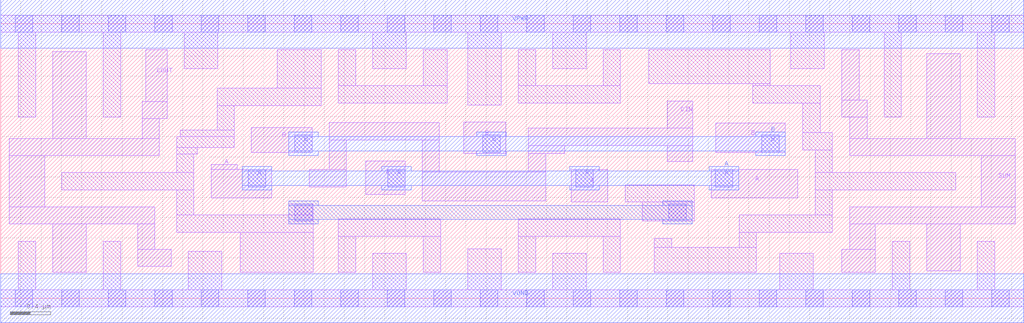
<source format=lef>
# Copyright 2020 The SkyWater PDK Authors
#
# Licensed under the Apache License, Version 2.0 (the "License");
# you may not use this file except in compliance with the License.
# You may obtain a copy of the License at
#
#     https://www.apache.org/licenses/LICENSE-2.0
#
# Unless required by applicable law or agreed to in writing, software
# distributed under the License is distributed on an "AS IS" BASIS,
# WITHOUT WARRANTIES OR CONDITIONS OF ANY KIND, either express or implied.
# See the License for the specific language governing permissions and
# limitations under the License.
#
# SPDX-License-Identifier: Apache-2.0

VERSION 5.7 ;
  NAMESCASESENSITIVE ON ;
  NOWIREEXTENSIONATPIN ON ;
  DIVIDERCHAR "/" ;
  BUSBITCHARS "[]" ;
UNITS
  DATABASE MICRONS 200 ;
END UNITS
MACRO sky130_fd_sc_hd__fa_4
  CLASS CORE ;
  SOURCE USER ;
  FOREIGN sky130_fd_sc_hd__fa_4 ;
  ORIGIN  0.000000  0.000000 ;
  SIZE  10.12000 BY  2.720000 ;
  SYMMETRY X Y R90 ;
  SITE unithd ;
  PIN A
    ANTENNAGATEAREA  0.633000 ;
    DIRECTION INPUT ;
    USE SIGNAL ;
    PORT
      LAYER li1 ;
        RECT 2.080000 0.995000 2.680000 1.275000 ;
        RECT 2.080000 1.275000 2.340000 1.325000 ;
      LAYER mcon ;
        RECT 2.450000 1.105000 2.620000 1.275000 ;
    END
    PORT
      LAYER li1 ;
        RECT 3.610000 1.030000 4.000000 1.360000 ;
      LAYER mcon ;
        RECT 3.830000 1.105000 4.000000 1.275000 ;
    END
    PORT
      LAYER li1 ;
        RECT 5.645000 0.955000 6.005000 1.275000 ;
      LAYER mcon ;
        RECT 5.690000 1.105000 5.860000 1.275000 ;
    END
    PORT
      LAYER li1 ;
        RECT 7.030000 0.995000 7.885000 1.275000 ;
      LAYER mcon ;
        RECT 7.070000 1.105000 7.240000 1.275000 ;
    END
    PORT
      LAYER met1 ;
        RECT 2.390000 1.075000 2.680000 1.120000 ;
        RECT 2.390000 1.120000 7.300000 1.260000 ;
        RECT 2.390000 1.260000 2.680000 1.305000 ;
        RECT 3.770000 1.075000 4.060000 1.120000 ;
        RECT 3.770000 1.260000 4.060000 1.305000 ;
        RECT 5.630000 1.075000 5.920000 1.120000 ;
        RECT 5.630000 1.260000 5.920000 1.305000 ;
        RECT 7.010000 1.075000 7.300000 1.120000 ;
        RECT 7.010000 1.260000 7.300000 1.305000 ;
    END
  END A
  PIN B
    ANTENNAGATEAREA  0.633000 ;
    DIRECTION INPUT ;
    USE SIGNAL ;
    PORT
      LAYER li1 ;
        RECT 2.480000 1.445000 3.080000 1.690000 ;
      LAYER mcon ;
        RECT 2.910000 1.445000 3.080000 1.615000 ;
    END
    PORT
      LAYER li1 ;
        RECT 4.580000 1.435000 4.995000 1.745000 ;
      LAYER mcon ;
        RECT 4.770000 1.445000 4.940000 1.615000 ;
    END
    PORT
      LAYER li1 ;
        RECT 7.075000 1.445000 7.760000 1.735000 ;
      LAYER mcon ;
        RECT 7.530000 1.445000 7.700000 1.615000 ;
    END
    PORT
      LAYER met1 ;
        RECT 2.850000 1.415000 3.140000 1.460000 ;
        RECT 2.850000 1.460000 7.760000 1.600000 ;
        RECT 2.850000 1.600000 3.140000 1.645000 ;
        RECT 4.710000 1.415000 5.000000 1.460000 ;
        RECT 4.710000 1.600000 5.000000 1.645000 ;
        RECT 7.470000 1.415000 7.760000 1.460000 ;
        RECT 7.470000 1.600000 7.760000 1.645000 ;
    END
  END B
  PIN CIN
    ANTENNAGATEAREA  0.477000 ;
    DIRECTION INPUT ;
    USE SIGNAL ;
    PORT
      LAYER li1 ;
        RECT 3.050000 1.105000 3.420000 1.275000 ;
        RECT 3.250000 1.275000 3.420000 1.570000 ;
        RECT 3.250000 1.570000 4.340000 1.740000 ;
        RECT 4.170000 0.965000 5.390000 1.250000 ;
        RECT 4.170000 1.250000 4.340000 1.570000 ;
        RECT 5.220000 1.250000 5.390000 1.435000 ;
        RECT 5.220000 1.435000 5.580000 1.515000 ;
        RECT 5.220000 1.515000 6.845000 1.685000 ;
        RECT 6.595000 1.355000 6.845000 1.515000 ;
        RECT 6.595000 1.685000 6.845000 1.955000 ;
    END
  END CIN
  PIN COUT
    ANTENNADIFFAREA  0.891000 ;
    DIRECTION OUTPUT ;
    USE SIGNAL ;
    PORT
      LAYER li1 ;
        RECT 0.085000 0.735000 1.525000 0.905000 ;
        RECT 0.085000 0.905000 0.435000 1.415000 ;
        RECT 0.085000 1.415000 1.570000 1.585000 ;
        RECT 0.515000 0.255000 0.845000 0.735000 ;
        RECT 0.515000 1.585000 0.845000 2.445000 ;
        RECT 1.355000 0.315000 1.685000 0.485000 ;
        RECT 1.355000 0.485000 1.525000 0.735000 ;
        RECT 1.400000 1.585000 1.570000 1.780000 ;
        RECT 1.400000 1.780000 1.645000 1.950000 ;
        RECT 1.435000 1.950000 1.645000 2.465000 ;
    END
  END COUT
  PIN SUM
    ANTENNADIFFAREA  0.943000 ;
    DIRECTION OUTPUT ;
    USE SIGNAL ;
    PORT
      LAYER li1 ;
        RECT 8.320000 0.255000  8.650000 0.485000 ;
        RECT 8.320000 1.795000  8.570000 1.965000 ;
        RECT 8.320000 1.965000  8.490000 2.465000 ;
        RECT 8.400000 0.485000  8.650000 0.735000 ;
        RECT 8.400000 0.735000 10.035000 0.905000 ;
        RECT 8.400000 1.415000 10.035000 1.585000 ;
        RECT 8.400000 1.585000  8.570000 1.795000 ;
        RECT 9.160000 0.270000  9.490000 0.735000 ;
        RECT 9.160000 1.585000  9.490000 2.425000 ;
        RECT 9.700000 0.905000 10.035000 1.415000 ;
    END
  END SUM
  PIN VGND
    DIRECTION INOUT ;
    SHAPE ABUTMENT ;
    USE GROUND ;
    PORT
      LAYER met1 ;
        RECT 0.000000 -0.240000 10.120000 0.240000 ;
    END
  END VGND
  PIN VPWR
    DIRECTION INOUT ;
    SHAPE ABUTMENT ;
    USE POWER ;
    PORT
      LAYER met1 ;
        RECT 0.000000 2.480000 10.120000 2.960000 ;
    END
  END VPWR
  OBS
    LAYER li1 ;
      RECT 0.000000 -0.085000 10.120000 0.085000 ;
      RECT 0.000000  2.635000 10.120000 2.805000 ;
      RECT 0.175000  0.085000  0.345000 0.565000 ;
      RECT 0.175000  1.795000  0.345000 2.635000 ;
      RECT 0.605000  1.075000  1.910000 1.245000 ;
      RECT 1.015000  0.085000  1.185000 0.565000 ;
      RECT 1.015000  1.795000  1.185000 2.635000 ;
      RECT 1.740000  0.655000  3.090000 0.825000 ;
      RECT 1.740000  0.825000  1.910000 1.075000 ;
      RECT 1.740000  1.245000  1.910000 1.430000 ;
      RECT 1.740000  1.430000  1.945000 1.495000 ;
      RECT 1.740000  1.495000  2.310000 1.600000 ;
      RECT 1.775000  1.600000  2.310000 1.665000 ;
      RECT 1.815000  2.275000  2.145000 2.635000 ;
      RECT 1.855000  0.085000  2.185000 0.465000 ;
      RECT 2.140000  1.665000  2.310000 1.910000 ;
      RECT 2.140000  1.910000  3.170000 2.080000 ;
      RECT 2.370000  0.255000  3.090000 0.655000 ;
      RECT 2.735000  2.080000  3.170000 2.465000 ;
      RECT 2.850000  0.825000  3.090000 0.935000 ;
      RECT 3.340000  0.255000  3.510000 0.615000 ;
      RECT 3.340000  0.615000  4.350000 0.785000 ;
      RECT 3.340000  1.935000  4.415000 2.105000 ;
      RECT 3.340000  2.105000  3.510000 2.465000 ;
      RECT 3.680000  0.085000  4.010000 0.445000 ;
      RECT 3.680000  2.275000  4.010000 2.635000 ;
      RECT 4.180000  0.255000  4.350000 0.615000 ;
      RECT 4.180000  2.105000  4.415000 2.465000 ;
      RECT 4.620000  0.085000  4.950000 0.490000 ;
      RECT 4.620000  1.915000  4.950000 2.635000 ;
      RECT 5.120000  0.255000  5.290000 0.615000 ;
      RECT 5.120000  0.615000  6.130000 0.785000 ;
      RECT 5.120000  1.935000  6.130000 2.105000 ;
      RECT 5.120000  2.105000  5.290000 2.465000 ;
      RECT 5.460000  0.085000  5.790000 0.445000 ;
      RECT 5.460000  2.275000  5.790000 2.635000 ;
      RECT 5.960000  0.255000  6.130000 0.615000 ;
      RECT 5.960000  2.105000  6.130000 2.465000 ;
      RECT 6.175000  0.955000  6.860000 1.125000 ;
      RECT 6.345000  0.765000  6.860000 0.955000 ;
      RECT 6.410000  2.125000  7.610000 2.465000 ;
      RECT 6.465000  0.255000  7.475000 0.505000 ;
      RECT 6.465000  0.505000  6.635000 0.595000 ;
      RECT 7.305000  0.505000  7.475000 0.655000 ;
      RECT 7.305000  0.655000  8.225000 0.825000 ;
      RECT 7.440000  1.935000  8.105000 2.105000 ;
      RECT 7.440000  2.105000  7.610000 2.125000 ;
      RECT 7.705000  0.085000  8.035000 0.445000 ;
      RECT 7.815000  2.275000  8.145000 2.635000 ;
      RECT 7.935000  1.470000  8.225000 1.640000 ;
      RECT 7.935000  1.640000  8.105000 1.935000 ;
      RECT 8.055000  0.825000  8.225000 1.075000 ;
      RECT 8.055000  1.075000  9.445000 1.245000 ;
      RECT 8.055000  1.245000  8.225000 1.470000 ;
      RECT 8.740000  1.795000  8.910000 2.635000 ;
      RECT 8.820000  0.085000  8.990000 0.565000 ;
      RECT 9.660000  0.085000  9.830000 0.565000 ;
      RECT 9.660000  1.795000  9.830000 2.635000 ;
    LAYER mcon ;
      RECT 0.145000 -0.085000 0.315000 0.085000 ;
      RECT 0.145000  2.635000 0.315000 2.805000 ;
      RECT 0.605000 -0.085000 0.775000 0.085000 ;
      RECT 0.605000  2.635000 0.775000 2.805000 ;
      RECT 1.065000 -0.085000 1.235000 0.085000 ;
      RECT 1.065000  2.635000 1.235000 2.805000 ;
      RECT 1.525000 -0.085000 1.695000 0.085000 ;
      RECT 1.525000  2.635000 1.695000 2.805000 ;
      RECT 1.985000 -0.085000 2.155000 0.085000 ;
      RECT 1.985000  2.635000 2.155000 2.805000 ;
      RECT 2.445000 -0.085000 2.615000 0.085000 ;
      RECT 2.445000  2.635000 2.615000 2.805000 ;
      RECT 2.905000 -0.085000 3.075000 0.085000 ;
      RECT 2.905000  2.635000 3.075000 2.805000 ;
      RECT 2.910000  0.765000 3.080000 0.935000 ;
      RECT 3.365000 -0.085000 3.535000 0.085000 ;
      RECT 3.365000  2.635000 3.535000 2.805000 ;
      RECT 3.825000 -0.085000 3.995000 0.085000 ;
      RECT 3.825000  2.635000 3.995000 2.805000 ;
      RECT 4.285000 -0.085000 4.455000 0.085000 ;
      RECT 4.285000  2.635000 4.455000 2.805000 ;
      RECT 4.745000 -0.085000 4.915000 0.085000 ;
      RECT 4.745000  2.635000 4.915000 2.805000 ;
      RECT 5.205000 -0.085000 5.375000 0.085000 ;
      RECT 5.205000  2.635000 5.375000 2.805000 ;
      RECT 5.665000 -0.085000 5.835000 0.085000 ;
      RECT 5.665000  2.635000 5.835000 2.805000 ;
      RECT 6.125000 -0.085000 6.295000 0.085000 ;
      RECT 6.125000  2.635000 6.295000 2.805000 ;
      RECT 6.585000 -0.085000 6.755000 0.085000 ;
      RECT 6.585000  2.635000 6.755000 2.805000 ;
      RECT 6.610000  0.765000 6.780000 0.935000 ;
      RECT 7.045000 -0.085000 7.215000 0.085000 ;
      RECT 7.045000  2.635000 7.215000 2.805000 ;
      RECT 7.505000 -0.085000 7.675000 0.085000 ;
      RECT 7.505000  2.635000 7.675000 2.805000 ;
      RECT 7.965000 -0.085000 8.135000 0.085000 ;
      RECT 7.965000  2.635000 8.135000 2.805000 ;
      RECT 8.425000 -0.085000 8.595000 0.085000 ;
      RECT 8.425000  2.635000 8.595000 2.805000 ;
      RECT 8.885000 -0.085000 9.055000 0.085000 ;
      RECT 8.885000  2.635000 9.055000 2.805000 ;
      RECT 9.345000 -0.085000 9.515000 0.085000 ;
      RECT 9.345000  2.635000 9.515000 2.805000 ;
      RECT 9.805000 -0.085000 9.975000 0.085000 ;
      RECT 9.805000  2.635000 9.975000 2.805000 ;
    LAYER met1 ;
      RECT 2.850000 0.735000 3.140000 0.780000 ;
      RECT 2.850000 0.780000 6.840000 0.920000 ;
      RECT 2.850000 0.920000 3.140000 0.965000 ;
      RECT 6.550000 0.735000 6.840000 0.780000 ;
      RECT 6.550000 0.920000 6.840000 0.965000 ;
  END
END sky130_fd_sc_hd__fa_4
END LIBRARY

</source>
